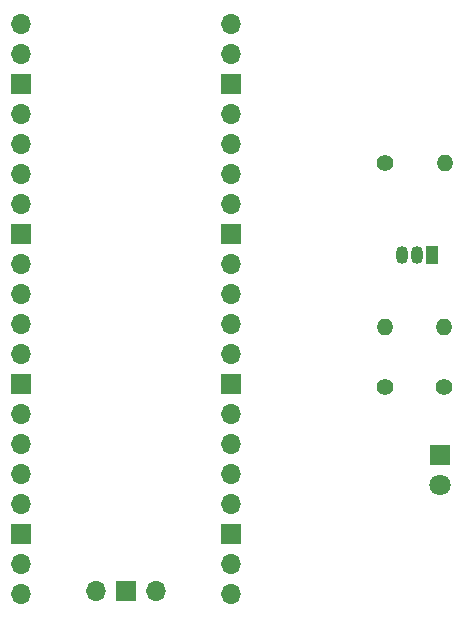
<source format=gbr>
%TF.GenerationSoftware,KiCad,Pcbnew,8.0.0*%
%TF.CreationDate,2024-03-28T11:43:16-03:00*%
%TF.ProjectId,ponderada_sem6_kicad,706f6e64-6572-4616-9461-5f73656d365f,rev?*%
%TF.SameCoordinates,Original*%
%TF.FileFunction,Copper,L2,Bot*%
%TF.FilePolarity,Positive*%
%FSLAX46Y46*%
G04 Gerber Fmt 4.6, Leading zero omitted, Abs format (unit mm)*
G04 Created by KiCad (PCBNEW 8.0.0) date 2024-03-28 11:43:16*
%MOMM*%
%LPD*%
G01*
G04 APERTURE LIST*
%TA.AperFunction,ComponentPad*%
%ADD10O,1.700000X1.700000*%
%TD*%
%TA.AperFunction,ComponentPad*%
%ADD11R,1.700000X1.700000*%
%TD*%
%TA.AperFunction,ComponentPad*%
%ADD12O,1.400000X1.400000*%
%TD*%
%TA.AperFunction,ComponentPad*%
%ADD13C,1.400000*%
%TD*%
%TA.AperFunction,ComponentPad*%
%ADD14C,1.800000*%
%TD*%
%TA.AperFunction,ComponentPad*%
%ADD15R,1.800000X1.800000*%
%TD*%
%TA.AperFunction,ComponentPad*%
%ADD16O,1.050000X1.500000*%
%TD*%
%TA.AperFunction,ComponentPad*%
%ADD17R,1.050000X1.500000*%
%TD*%
G04 APERTURE END LIST*
D10*
%TO.P,U1,1,GPIO0*%
%TO.N,unconnected-(U1-GPIO0-Pad1)*%
X107220000Y-84240000D03*
%TO.P,U1,2,GPIO1*%
%TO.N,unconnected-(U1-GPIO1-Pad2)*%
X107220000Y-86780000D03*
D11*
%TO.P,U1,3,GND*%
%TO.N,unconnected-(U1-GND-Pad3)*%
X107220000Y-89320000D03*
D10*
%TO.P,U1,4,GPIO2*%
%TO.N,unconnected-(U1-GPIO2-Pad4)*%
X107220000Y-91860000D03*
%TO.P,U1,5,GPIO3*%
%TO.N,unconnected-(U1-GPIO3-Pad5)*%
X107220000Y-94400000D03*
%TO.P,U1,6,GPIO4*%
%TO.N,unconnected-(U1-GPIO4-Pad6)*%
X107220000Y-96940000D03*
%TO.P,U1,7,GPIO5*%
%TO.N,unconnected-(U1-GPIO5-Pad7)*%
X107220000Y-99480000D03*
D11*
%TO.P,U1,8,GND*%
%TO.N,unconnected-(U1-GND-Pad8)*%
X107220000Y-102020000D03*
D10*
%TO.P,U1,9,GPIO6*%
%TO.N,unconnected-(U1-GPIO6-Pad9)*%
X107220000Y-104560000D03*
%TO.P,U1,10,GPIO7*%
%TO.N,unconnected-(U1-GPIO7-Pad10)*%
X107220000Y-107100000D03*
%TO.P,U1,11,GPIO8*%
%TO.N,unconnected-(U1-GPIO8-Pad11)*%
X107220000Y-109640000D03*
%TO.P,U1,12,GPIO9*%
%TO.N,unconnected-(U1-GPIO9-Pad12)*%
X107220000Y-112180000D03*
D11*
%TO.P,U1,13,GND*%
%TO.N,unconnected-(U1-GND-Pad13)*%
X107220000Y-114720000D03*
D10*
%TO.P,U1,14,GPIO10*%
%TO.N,unconnected-(U1-GPIO10-Pad14)*%
X107220000Y-117260000D03*
%TO.P,U1,15,GPIO11*%
%TO.N,unconnected-(U1-GPIO11-Pad15)*%
X107220000Y-119800000D03*
%TO.P,U1,16,GPIO12*%
%TO.N,unconnected-(U1-GPIO12-Pad16)*%
X107220000Y-122340000D03*
%TO.P,U1,17,GPIO13*%
%TO.N,unconnected-(U1-GPIO13-Pad17)*%
X107220000Y-124880000D03*
D11*
%TO.P,U1,18,GND*%
%TO.N,unconnected-(U1-GND-Pad18)*%
X107220000Y-127420000D03*
D10*
%TO.P,U1,19,GPIO14*%
%TO.N,unconnected-(U1-GPIO14-Pad19)*%
X107220000Y-129960000D03*
%TO.P,U1,20,GPIO15*%
%TO.N,unconnected-(U1-GPIO15-Pad20)*%
X107220000Y-132500000D03*
%TO.P,U1,21,GPIO16*%
%TO.N,unconnected-(U1-GPIO16-Pad21)*%
X125000000Y-132500000D03*
%TO.P,U1,22,GPIO17*%
%TO.N,unconnected-(U1-GPIO17-Pad22)*%
X125000000Y-129960000D03*
D11*
%TO.P,U1,23,GND*%
%TO.N,unconnected-(U1-GND-Pad23)*%
X125000000Y-127420000D03*
D10*
%TO.P,U1,24,GPIO18*%
%TO.N,unconnected-(U1-GPIO18-Pad24)*%
X125000000Y-124880000D03*
%TO.P,U1,25,GPIO19*%
%TO.N,unconnected-(U1-GPIO19-Pad25)*%
X125000000Y-122340000D03*
%TO.P,U1,26,GPIO20*%
%TO.N,unconnected-(U1-GPIO20-Pad26)*%
X125000000Y-119800000D03*
%TO.P,U1,27,GPIO21*%
%TO.N,Net-(U1-GPIO21)*%
X125000000Y-117260000D03*
D11*
%TO.P,U1,28,GND*%
%TO.N,GND*%
X125000000Y-114720000D03*
D10*
%TO.P,U1,29,GPIO22*%
%TO.N,unconnected-(U1-GPIO22-Pad29)*%
X125000000Y-112180000D03*
%TO.P,U1,30,RUN*%
%TO.N,unconnected-(U1-RUN-Pad30)*%
X125000000Y-109640000D03*
%TO.P,U1,31,GPIO26_ADC0*%
%TO.N,unconnected-(U1-GPIO26_ADC0-Pad31)*%
X125000000Y-107100000D03*
%TO.P,U1,32,GPIO27_ADC1*%
%TO.N,unconnected-(U1-GPIO27_ADC1-Pad32)*%
X125000000Y-104560000D03*
D11*
%TO.P,U1,33,AGND*%
%TO.N,unconnected-(U1-AGND-Pad33)*%
X125000000Y-102020000D03*
D10*
%TO.P,U1,34,GPIO28_ADC2*%
%TO.N,unconnected-(U1-GPIO28_ADC2-Pad34)*%
X125000000Y-99480000D03*
%TO.P,U1,35,ADC_VREF*%
%TO.N,unconnected-(U1-ADC_VREF-Pad35)*%
X125000000Y-96940000D03*
%TO.P,U1,36,3V3*%
%TO.N,unconnected-(U1-3V3-Pad36)*%
X125000000Y-94400000D03*
%TO.P,U1,37,3V3_EN*%
%TO.N,3v3*%
X125000000Y-91860000D03*
D11*
%TO.P,U1,38,GND*%
%TO.N,unconnected-(U1-GND-Pad38)*%
X125000000Y-89320000D03*
D10*
%TO.P,U1,39,VSYS*%
%TO.N,VCC*%
X125000000Y-86780000D03*
%TO.P,U1,40,VBUS*%
%TO.N,unconnected-(U1-VBUS-Pad40)*%
X125000000Y-84240000D03*
%TO.P,U1,41,SWCLK*%
%TO.N,unconnected-(U1-SWCLK-Pad41)*%
X113570000Y-132270000D03*
D11*
%TO.P,U1,42,GND*%
%TO.N,unconnected-(U1-GND-Pad42)*%
X116110000Y-132270000D03*
D10*
%TO.P,U1,43,SWDIO*%
%TO.N,unconnected-(U1-SWDIO-Pad43)*%
X118650000Y-132270000D03*
%TD*%
D12*
%TO.P,R3,2*%
%TO.N,3v3*%
X143090000Y-96000000D03*
D13*
%TO.P,R3,1*%
%TO.N,Net-(Q1-E)*%
X138010000Y-96000000D03*
%TD*%
D12*
%TO.P,R2,2*%
%TO.N,Net-(Q1-C)*%
X143000000Y-109910000D03*
D13*
%TO.P,R2,1*%
%TO.N,Net-(D2-K)*%
X143000000Y-114990000D03*
%TD*%
D12*
%TO.P,R1,2*%
%TO.N,Net-(Q1-B)*%
X138000000Y-109910000D03*
D13*
%TO.P,R1,1*%
%TO.N,Net-(U1-GPIO21)*%
X138000000Y-114990000D03*
%TD*%
D14*
%TO.P,D2,2,A*%
%TO.N,3v3*%
X142675000Y-123290000D03*
D15*
%TO.P,D2,1,K*%
%TO.N,Net-(D2-K)*%
X142675000Y-120750000D03*
%TD*%
D16*
%TO.P,Q1,3,E*%
%TO.N,GND*%
X139460000Y-103780000D03*
%TO.P,Q1,2,B*%
%TO.N,Net-(Q1-B)*%
X140730000Y-103780000D03*
D17*
%TO.P,Q1,1,C*%
%TO.N,Net-(Q1-C)*%
X142000000Y-103780000D03*
%TD*%
M02*

</source>
